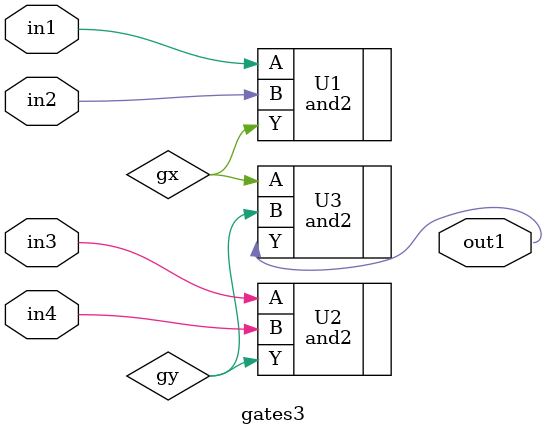
<source format=v>
module gates3 ( 
  input in1,
  input in2,
  input in3,
  input in4,
  output wire out1
  );
 
and2 U1 ( .A(in1), .B(in2), .Y(gx) );
and2 U2 ( .A(in3), .B(in4), .Y(gy) );
and2 U3 ( .A(gx), .B(gy), .Y(out1) );
 
endmodule


</source>
